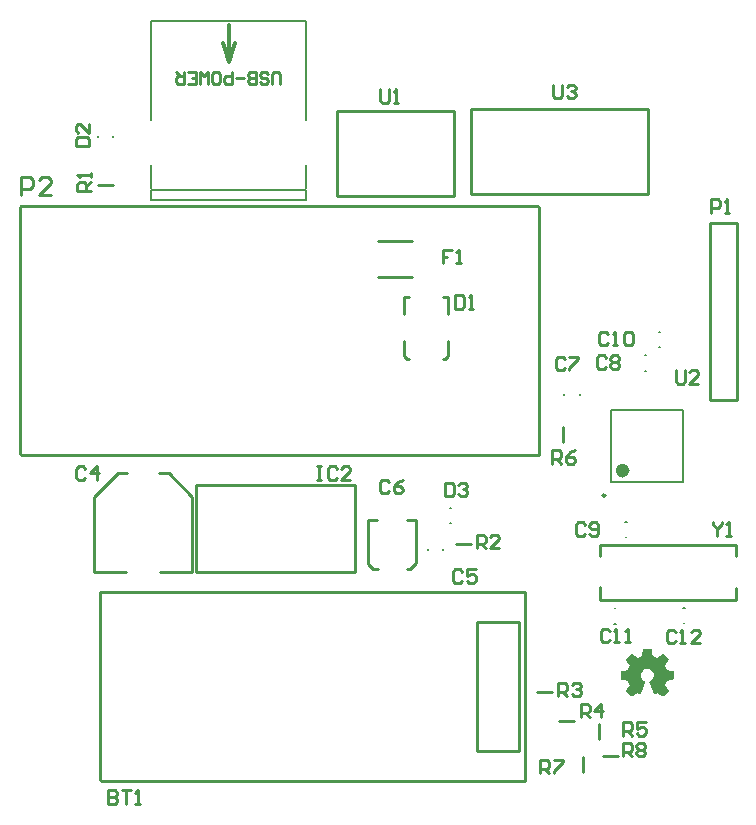
<source format=gto>
G04 Layer_Color=65535*
%FSAX25Y25*%
%MOIN*%
G70*
G01*
G75*
%ADD48C,0.00984*%
%ADD49C,0.02362*%
%ADD50C,0.01000*%
%ADD51C,0.00787*%
%ADD52C,0.01181*%
%ADD53C,0.00900*%
%ADD54C,0.00100*%
D48*
X0306802Y0212554D02*
G03*
X0306802Y0212554I-0000492J0000000D01*
G01*
D49*
X0313692Y0220822D02*
G03*
X0313692Y0220822I-0001181J0000000D01*
G01*
D50*
X0305917Y0125677D02*
X0310917D01*
X0299421Y0120189D02*
Y0125189D01*
X0284484Y0226102D02*
Y0308602D01*
X0111984Y0226102D02*
X0284484D01*
X0111484Y0226603D02*
X0111984Y0226102D01*
X0283984Y0309103D02*
X0284484Y0308602D01*
X0111484Y0226603D02*
Y0308602D01*
X0111984Y0309103D01*
X0283984D01*
X0227661Y0204221D02*
X0230761D01*
X0227661Y0189821D02*
Y0204221D01*
X0240661Y0188021D02*
X0241761D01*
X0229461D02*
X0230861D01*
X0240761Y0204321D02*
X0243661D01*
Y0189921D02*
Y0204321D01*
X0241761Y0188021D02*
X0243661Y0189921D01*
X0227661Y0189821D02*
X0229461Y0188021D01*
X0256898Y0196271D02*
X0261898D01*
X0137705Y0316055D02*
X0142705D01*
X0283965Y0146862D02*
X0288965D01*
X0291449Y0137193D02*
X0296449D01*
X0304713Y0131405D02*
Y0136406D01*
X0292508Y0230323D02*
Y0235323D01*
X0341551Y0303300D02*
X0350551D01*
X0341551Y0244200D02*
X0350551D01*
X0341551D02*
Y0303300D01*
X0350551Y0244200D02*
Y0303300D01*
X0170461Y0186949D02*
X0223461D01*
X0170461D02*
Y0215849D01*
X0223461D01*
Y0186949D02*
Y0211749D01*
Y0215849D01*
X0254200Y0273024D02*
Y0278600D01*
X0239800Y0273024D02*
Y0278600D01*
X0241400D01*
X0252600D02*
X0254200D01*
X0239800Y0258900D02*
Y0263900D01*
Y0258900D02*
X0240700Y0258000D01*
X0241400D01*
X0231100Y0297500D02*
X0242400D01*
X0231000Y0285500D02*
X0242400D01*
X0161161Y0219949D02*
X0168999Y0212111D01*
X0136161Y0211949D02*
X0144161Y0219949D01*
X0136161Y0186949D02*
Y0211949D01*
Y0186949D02*
X0147061D01*
X0158061Y0219949D02*
X0161161D01*
X0144161D02*
X0147261D01*
X0168999Y0186949D02*
Y0212111D01*
X0158161Y0186949D02*
X0168999D01*
X0217358Y0312351D02*
Y0340711D01*
X0256358D01*
Y0312311D02*
Y0340711D01*
X0217358Y0312351D02*
X0256358Y0312311D01*
X0262024Y0313159D02*
Y0341498D01*
X0321024D01*
Y0313098D02*
Y0341498D01*
X0262024Y0313159D02*
X0321024Y0313098D01*
X0304955Y0196099D02*
X0350455D01*
X0304955Y0177599D02*
X0350455Y0177599D01*
X0350455Y0192493D02*
X0350455Y0196099D01*
Y0177599D02*
X0350455Y0181815D01*
X0304955Y0196099D02*
X0304955Y0192493D01*
X0304955Y0177599D02*
X0304955Y0181886D01*
X0252800Y0258000D02*
X0253300D01*
X0254200Y0258900D01*
Y0264000D01*
X0312598Y0125591D02*
Y0130089D01*
X0314848D01*
X0315598Y0129339D01*
Y0127840D01*
X0314848Y0127090D01*
X0312598D01*
X0314098D02*
X0315598Y0125591D01*
X0317097Y0129339D02*
X0317847Y0130089D01*
X0319346D01*
X0320096Y0129339D01*
Y0128590D01*
X0319346Y0127840D01*
X0320096Y0127090D01*
Y0126340D01*
X0319346Y0125591D01*
X0317847D01*
X0317097Y0126340D01*
Y0127090D01*
X0317847Y0127840D01*
X0317097Y0128590D01*
Y0129339D01*
X0317847Y0127840D02*
X0319346D01*
X0285138Y0119882D02*
Y0124380D01*
X0287387D01*
X0288137Y0123631D01*
Y0122131D01*
X0287387Y0121381D01*
X0285138D01*
X0286637D02*
X0288137Y0119882D01*
X0289636Y0124380D02*
X0292635D01*
Y0123631D01*
X0289636Y0120632D01*
Y0119882D01*
X0112000Y0312600D02*
Y0318598D01*
X0114999D01*
X0115999Y0317598D01*
Y0315599D01*
X0114999Y0314599D01*
X0112000D01*
X0121997Y0312600D02*
X0117998D01*
X0121997Y0316599D01*
Y0317598D01*
X0120997Y0318598D01*
X0118998D01*
X0117998Y0317598D01*
X0234692Y0217036D02*
X0233942Y0217786D01*
X0232443D01*
X0231693Y0217036D01*
Y0214037D01*
X0232443Y0213287D01*
X0233942D01*
X0234692Y0214037D01*
X0239191Y0217786D02*
X0237691Y0217036D01*
X0236192Y0215536D01*
Y0214037D01*
X0236941Y0213287D01*
X0238441D01*
X0239191Y0214037D01*
Y0214787D01*
X0238441Y0215536D01*
X0236192D01*
X0289075Y0223130D02*
Y0227628D01*
X0291324D01*
X0292074Y0226879D01*
Y0225379D01*
X0291324Y0224629D01*
X0289075D01*
X0290574D02*
X0292074Y0223130D01*
X0296572Y0227628D02*
X0295073Y0226879D01*
X0293573Y0225379D01*
Y0223880D01*
X0294323Y0223130D01*
X0295823D01*
X0296572Y0223880D01*
Y0224629D01*
X0295823Y0225379D01*
X0293573D01*
X0312697Y0132480D02*
Y0136979D01*
X0314946D01*
X0315696Y0136229D01*
Y0134730D01*
X0314946Y0133980D01*
X0312697D01*
X0314196D02*
X0315696Y0132480D01*
X0320194Y0136979D02*
X0317195D01*
Y0134730D01*
X0318695Y0135479D01*
X0319445D01*
X0320194Y0134730D01*
Y0133230D01*
X0319445Y0132480D01*
X0317945D01*
X0317195Y0133230D01*
X0298524Y0138583D02*
Y0143081D01*
X0300773D01*
X0301523Y0142332D01*
Y0140832D01*
X0300773Y0140082D01*
X0298524D01*
X0300023D02*
X0301523Y0138583D01*
X0305271D02*
Y0143081D01*
X0303022Y0140832D01*
X0306021D01*
X0291142Y0145669D02*
Y0150168D01*
X0293391D01*
X0294141Y0149418D01*
Y0147919D01*
X0293391Y0147169D01*
X0291142D01*
X0292641D02*
X0294141Y0145669D01*
X0295640Y0149418D02*
X0296390Y0150168D01*
X0297890D01*
X0298639Y0149418D01*
Y0148668D01*
X0297890Y0147919D01*
X0297140D01*
X0297890D01*
X0298639Y0147169D01*
Y0146419D01*
X0297890Y0145669D01*
X0296390D01*
X0295640Y0146419D01*
X0263878Y0194882D02*
Y0199380D01*
X0266127D01*
X0266877Y0198630D01*
Y0197131D01*
X0266127Y0196381D01*
X0263878D01*
X0265377D02*
X0266877Y0194882D01*
X0271375D02*
X0268376D01*
X0271375Y0197881D01*
Y0198630D01*
X0270626Y0199380D01*
X0269126D01*
X0268376Y0198630D01*
X0135236Y0314173D02*
X0130738D01*
Y0316423D01*
X0131487Y0317172D01*
X0132987D01*
X0133737Y0316423D01*
Y0314173D01*
Y0315673D02*
X0135236Y0317172D01*
Y0318672D02*
Y0320171D01*
Y0319422D01*
X0130738D01*
X0131487Y0318672D01*
X0253248Y0216802D02*
Y0212303D01*
X0255497D01*
X0256247Y0213053D01*
Y0216052D01*
X0255497Y0216802D01*
X0253248D01*
X0257747Y0216052D02*
X0258496Y0216802D01*
X0259996D01*
X0260746Y0216052D01*
Y0215302D01*
X0259996Y0214552D01*
X0259246D01*
X0259996D01*
X0260746Y0213802D01*
Y0213053D01*
X0259996Y0212303D01*
X0258496D01*
X0257747Y0213053D01*
X0130245Y0328937D02*
X0134744D01*
Y0331186D01*
X0133994Y0331936D01*
X0130995D01*
X0130245Y0331186D01*
Y0328937D01*
X0134744Y0336435D02*
Y0333436D01*
X0131745Y0336435D01*
X0130995D01*
X0130245Y0335685D01*
Y0334185D01*
X0130995Y0333436D01*
X0307655Y0266387D02*
X0306905Y0267136D01*
X0305405D01*
X0304656Y0266387D01*
Y0263387D01*
X0305405Y0262638D01*
X0306905D01*
X0307655Y0263387D01*
X0309154Y0262638D02*
X0310654D01*
X0309904D01*
Y0267136D01*
X0309154Y0266387D01*
X0312903D02*
X0313653Y0267136D01*
X0315152D01*
X0315902Y0266387D01*
Y0263387D01*
X0315152Y0262638D01*
X0313653D01*
X0312903Y0263387D01*
Y0266387D01*
X0299947Y0202818D02*
X0299197Y0203567D01*
X0297698D01*
X0296948Y0202818D01*
Y0199819D01*
X0297698Y0199069D01*
X0299197D01*
X0299947Y0199819D01*
X0301447D02*
X0302196Y0199069D01*
X0303696D01*
X0304446Y0199819D01*
Y0202818D01*
X0303696Y0203567D01*
X0302196D01*
X0301447Y0202818D01*
Y0202068D01*
X0302196Y0201318D01*
X0304446D01*
X0306947Y0258467D02*
X0306198Y0259217D01*
X0304698D01*
X0303948Y0258467D01*
Y0255468D01*
X0304698Y0254718D01*
X0306198D01*
X0306947Y0255468D01*
X0308447Y0258467D02*
X0309197Y0259217D01*
X0310696D01*
X0311446Y0258467D01*
Y0257717D01*
X0310696Y0256967D01*
X0311446Y0256218D01*
Y0255468D01*
X0310696Y0254718D01*
X0309197D01*
X0308447Y0255468D01*
Y0256218D01*
X0309197Y0256967D01*
X0308447Y0257717D01*
Y0258467D01*
X0309197Y0256967D02*
X0310696D01*
X0293255Y0258080D02*
X0292505Y0258829D01*
X0291006D01*
X0290256Y0258080D01*
Y0255081D01*
X0291006Y0254331D01*
X0292505D01*
X0293255Y0255081D01*
X0294755Y0258829D02*
X0297754D01*
Y0258080D01*
X0294755Y0255081D01*
Y0254331D01*
X0259003Y0187115D02*
X0258253Y0187864D01*
X0256754D01*
X0256004Y0187115D01*
Y0184116D01*
X0256754Y0183366D01*
X0258253D01*
X0259003Y0184116D01*
X0263502Y0187864D02*
X0260503D01*
Y0185615D01*
X0262002Y0186365D01*
X0262752D01*
X0263502Y0185615D01*
Y0184116D01*
X0262752Y0183366D01*
X0261252D01*
X0260503Y0184116D01*
X0330164Y0167036D02*
X0329415Y0167786D01*
X0327915D01*
X0327165Y0167036D01*
Y0164037D01*
X0327915Y0163287D01*
X0329415D01*
X0330164Y0164037D01*
X0331664Y0163287D02*
X0333163D01*
X0332414D01*
Y0167786D01*
X0331664Y0167036D01*
X0338412Y0163287D02*
X0335413D01*
X0338412Y0166286D01*
Y0167036D01*
X0337662Y0167786D01*
X0336162D01*
X0335413Y0167036D01*
X0308216Y0167332D02*
X0307466Y0168081D01*
X0305966D01*
X0305217Y0167332D01*
Y0164332D01*
X0305966Y0163583D01*
X0307466D01*
X0308216Y0164332D01*
X0309715Y0163583D02*
X0311215D01*
X0310465D01*
Y0168081D01*
X0309715Y0167332D01*
X0313464Y0163583D02*
X0314963D01*
X0314214D01*
Y0168081D01*
X0313464Y0167332D01*
X0342101Y0306750D02*
Y0311248D01*
X0344351D01*
X0345100Y0310499D01*
Y0308999D01*
X0344351Y0308249D01*
X0342101D01*
X0346600Y0306750D02*
X0348099D01*
X0347350D01*
Y0311248D01*
X0346600Y0310499D01*
X0210561Y0222248D02*
X0212060D01*
X0211310D01*
Y0217749D01*
X0210561D01*
X0212060D01*
X0217308Y0221498D02*
X0216559Y0222248D01*
X0215059D01*
X0214309Y0221498D01*
Y0218499D01*
X0215059Y0217749D01*
X0216559D01*
X0217308Y0218499D01*
X0221807Y0217749D02*
X0218808D01*
X0221807Y0220748D01*
Y0221498D01*
X0221057Y0222248D01*
X0219558D01*
X0218808Y0221498D01*
X0255599Y0294398D02*
X0252600D01*
Y0292149D01*
X0254099D01*
X0252600D01*
Y0289900D01*
X0257099D02*
X0258598D01*
X0257848D01*
Y0294398D01*
X0257099Y0293649D01*
X0256700Y0279298D02*
Y0274800D01*
X0258949D01*
X0259699Y0275550D01*
Y0278549D01*
X0258949Y0279298D01*
X0256700D01*
X0261198Y0274800D02*
X0262698D01*
X0261948D01*
Y0279298D01*
X0261198Y0278549D01*
X0133412Y0221465D02*
X0132663Y0222215D01*
X0131163D01*
X0130413Y0221465D01*
Y0218466D01*
X0131163Y0217717D01*
X0132663D01*
X0133412Y0218466D01*
X0137161Y0217717D02*
Y0222215D01*
X0134912Y0219966D01*
X0137911D01*
X0342576Y0203638D02*
Y0202888D01*
X0344075Y0201389D01*
X0345575Y0202888D01*
Y0203638D01*
X0344075Y0201389D02*
Y0199139D01*
X0347074D02*
X0348574D01*
X0347824D01*
Y0203638D01*
X0347074Y0202888D01*
X0289370Y0349479D02*
Y0345730D01*
X0290120Y0344980D01*
X0291619D01*
X0292369Y0345730D01*
Y0349479D01*
X0293869Y0348729D02*
X0294618Y0349479D01*
X0296118D01*
X0296868Y0348729D01*
Y0347979D01*
X0296118Y0347230D01*
X0295368D01*
X0296118D01*
X0296868Y0346480D01*
Y0345730D01*
X0296118Y0344980D01*
X0294618D01*
X0293869Y0345730D01*
X0330315Y0254302D02*
Y0250553D01*
X0331065Y0249803D01*
X0332564D01*
X0333314Y0250553D01*
Y0254302D01*
X0337812Y0249803D02*
X0334813D01*
X0337812Y0252802D01*
Y0253552D01*
X0337063Y0254302D01*
X0335563D01*
X0334813Y0253552D01*
X0231791Y0347904D02*
Y0344155D01*
X0232541Y0343406D01*
X0234041D01*
X0234790Y0344155D01*
Y0347904D01*
X0236290Y0343406D02*
X0237789D01*
X0237040D01*
Y0347904D01*
X0236290Y0347154D01*
X0198327Y0349741D02*
Y0353074D01*
X0197660Y0353740D01*
X0196327D01*
X0195661Y0353074D01*
Y0349741D01*
X0191662Y0350408D02*
X0192329Y0349741D01*
X0193662D01*
X0194328Y0350408D01*
Y0351074D01*
X0193662Y0351741D01*
X0192329D01*
X0191662Y0352407D01*
Y0353074D01*
X0192329Y0353740D01*
X0193662D01*
X0194328Y0353074D01*
X0190329Y0349741D02*
Y0353740D01*
X0188330D01*
X0187664Y0353074D01*
Y0352407D01*
X0188330Y0351741D01*
X0190329D01*
X0188330D01*
X0187664Y0351074D01*
Y0350408D01*
X0188330Y0349741D01*
X0190329D01*
X0186331Y0351741D02*
X0183665D01*
X0182332Y0353740D02*
Y0349741D01*
X0180333D01*
X0179666Y0350408D01*
Y0351741D01*
X0180333Y0352407D01*
X0182332D01*
X0176334Y0349741D02*
X0177667D01*
X0178333Y0350408D01*
Y0353074D01*
X0177667Y0353740D01*
X0176334D01*
X0175667Y0353074D01*
Y0350408D01*
X0176334Y0349741D01*
X0174335D02*
Y0353740D01*
X0173002Y0352407D01*
X0171669Y0353740D01*
Y0349741D01*
X0167670D02*
X0170336D01*
Y0353740D01*
X0167670D01*
X0170336Y0351741D02*
X0169003D01*
X0166337Y0353740D02*
Y0349741D01*
X0164338D01*
X0163671Y0350408D01*
Y0351741D01*
X0164338Y0352407D01*
X0166337D01*
X0165004D02*
X0163671Y0353740D01*
X0141121Y0114223D02*
Y0109724D01*
X0143370D01*
X0144120Y0110474D01*
Y0111224D01*
X0143370Y0111973D01*
X0141121D01*
X0143370D01*
X0144120Y0112723D01*
Y0113473D01*
X0143370Y0114223D01*
X0141121D01*
X0145620D02*
X0148619D01*
X0147119D01*
Y0109724D01*
X0150118D02*
X0151618D01*
X0150868D01*
Y0114223D01*
X0150118Y0113473D01*
D51*
X0252761Y0194349D02*
Y0194749D01*
X0247561Y0194349D02*
Y0194749D01*
X0254816Y0203258D02*
X0255216D01*
X0254816Y0208458D02*
X0255216D01*
X0137609Y0332087D02*
Y0332487D01*
X0142809Y0332087D02*
Y0332487D01*
X0298218Y0245957D02*
Y0246357D01*
X0293018Y0245958D02*
Y0246357D01*
X0324737Y0267163D02*
X0325020D01*
X0324808Y0262001D02*
X0325091Y0262001D01*
X0313424Y0203806D02*
X0313848Y0203806D01*
X0313494Y0198645D02*
X0313777Y0198644D01*
X0320006Y0259328D02*
X0320407Y0259328D01*
X0320006Y0254128D02*
X0320407D01*
X0332777Y0175077D02*
X0333201Y0175077D01*
X0332847Y0169915D02*
X0333130Y0169915D01*
X0309744Y0169751D02*
X0310168Y0169751D01*
X0309815Y0174913D02*
X0310098Y0174913D01*
X0155300Y0310911D02*
X0207032D01*
X0155300D02*
Y0314469D01*
X0207032Y0310911D02*
Y0314469D01*
X0155300D02*
X0207032D01*
X0155300Y0370711D02*
X0207032D01*
Y0315011D02*
Y0322711D01*
X0155300Y0315011D02*
Y0322711D01*
Y0337811D02*
Y0370711D01*
X0207032Y0337811D02*
Y0370711D01*
X0308574Y0216885D02*
X0332589D01*
X0308574Y0240900D02*
X0332589D01*
X0308574Y0216885D02*
Y0240900D01*
X0332589D02*
X0332589Y0216885D01*
D52*
X0181166Y0356971D02*
Y0369176D01*
Y0356971D02*
X0183166Y0363471D01*
X0179166D02*
X0181166Y0356971D01*
D53*
X0263921Y0170224D02*
X0277921D01*
Y0127224D02*
Y0170224D01*
X0263921Y0127224D02*
X0277921D01*
X0263921D02*
Y0170224D01*
X0279921Y0117224D02*
Y0148724D01*
X0138921Y0117224D02*
X0279921D01*
X0138421Y0117724D02*
X0138921Y0117224D01*
X0138421Y0117724D02*
Y0180224D01*
X0279921D01*
Y0148724D02*
Y0180224D01*
D54*
X0319317Y0161265D02*
X0321816D01*
X0319317Y0161165D02*
X0321816D01*
X0319317Y0161065D02*
X0321917D01*
X0319216Y0160965D02*
X0321917D01*
X0319216Y0160865D02*
X0321917D01*
X0319216Y0160765D02*
X0321917D01*
X0319216Y0160665D02*
X0321917D01*
X0319216Y0160565D02*
X0322017D01*
X0319216Y0160465D02*
X0322017D01*
X0319116Y0160365D02*
X0322017D01*
X0319116Y0160265D02*
X0322017D01*
X0319116Y0160165D02*
X0322017D01*
X0319116Y0160065D02*
X0322017D01*
X0319017Y0159965D02*
X0322116D01*
X0319017Y0159865D02*
X0322116D01*
X0319017Y0159765D02*
X0322116D01*
X0315317Y0159665D02*
X0315417D01*
X0319017D02*
X0322116D01*
X0325716D02*
X0325816D01*
X0315216Y0159565D02*
X0315516D01*
X0319017D02*
X0322116D01*
X0325617D02*
X0325917D01*
X0315117Y0159465D02*
X0315717D01*
X0319017D02*
X0322217D01*
X0325416D02*
X0326116D01*
X0315017Y0159365D02*
X0315816D01*
X0319017D02*
X0322217D01*
X0325317D02*
X0326116D01*
X0314916Y0159265D02*
X0315916D01*
X0319017D02*
X0322217D01*
X0325217D02*
X0326217D01*
X0314816Y0159165D02*
X0316116D01*
X0318917D02*
X0322217D01*
X0325016D02*
X0326316D01*
X0314717Y0159065D02*
X0316216D01*
X0318917D02*
X0322217D01*
X0324917D02*
X0326416D01*
X0314616Y0158965D02*
X0316417D01*
X0318816D02*
X0322217D01*
X0324716D02*
X0326517D01*
X0314516Y0158865D02*
X0316516D01*
X0318617D02*
X0322617D01*
X0324617D02*
X0326617D01*
X0314417Y0158765D02*
X0316717D01*
X0318317D02*
X0322816D01*
X0324416D02*
X0326716D01*
X0314317Y0158665D02*
X0316816D01*
X0318116D02*
X0323017D01*
X0324317D02*
X0326917D01*
X0314216Y0158565D02*
X0316916D01*
X0317916D02*
X0323217D01*
X0324217D02*
X0326917D01*
X0314117Y0158465D02*
X0317116D01*
X0317717D02*
X0323416D01*
X0324016D02*
X0327016D01*
X0314017Y0158365D02*
X0327116D01*
X0313916Y0158265D02*
X0327217D01*
X0313816Y0158165D02*
X0327316D01*
X0313717Y0158065D02*
X0327416D01*
X0313616Y0157965D02*
X0327517D01*
X0313717Y0157865D02*
X0327517D01*
X0313717Y0157765D02*
X0327416D01*
X0313816Y0157665D02*
X0327316D01*
X0313816Y0157565D02*
X0327316D01*
X0313916Y0157465D02*
X0327217D01*
X0314017Y0157365D02*
X0327116D01*
X0314117Y0157265D02*
X0327116D01*
X0314117Y0157165D02*
X0327016D01*
X0314216Y0157065D02*
X0327016D01*
X0314216Y0156965D02*
X0326917D01*
X0314317Y0156865D02*
X0326817D01*
X0314417Y0156765D02*
X0326716D01*
X0314516Y0156665D02*
X0326617D01*
X0314516Y0156565D02*
X0326617D01*
X0314616Y0156465D02*
X0326517D01*
X0314717Y0156365D02*
X0326416D01*
X0314717Y0156265D02*
X0326416D01*
X0314816Y0156165D02*
X0326316D01*
X0314916Y0156065D02*
X0326316D01*
X0314916Y0155965D02*
X0326217D01*
X0314916Y0155865D02*
X0326316D01*
X0314816Y0155765D02*
X0326316D01*
X0314816Y0155665D02*
X0326316D01*
X0314717Y0155565D02*
X0326416D01*
X0314717Y0155465D02*
X0326416D01*
X0314616Y0155365D02*
X0326517D01*
X0314616Y0155265D02*
X0326517D01*
X0314616Y0155165D02*
X0326617D01*
X0314516Y0155065D02*
X0326617D01*
X0314516Y0154965D02*
X0320116D01*
X0321017D02*
X0326716D01*
X0314417Y0154865D02*
X0319717D01*
X0321416D02*
X0326716D01*
X0314417Y0154765D02*
X0319416D01*
X0321716D02*
X0326716D01*
X0314317Y0154665D02*
X0319317D01*
X0321816D02*
X0326817D01*
X0314317Y0154565D02*
X0319216D01*
X0322017D02*
X0326817D01*
X0314216Y0154465D02*
X0319017D01*
X0322116D02*
X0326917D01*
X0314017Y0154365D02*
X0318917D01*
X0322217D02*
X0327116D01*
X0313516Y0154265D02*
X0318816D01*
X0322317D02*
X0327617D01*
X0313117Y0154165D02*
X0318816D01*
X0322416D02*
X0328016D01*
X0312717Y0154065D02*
X0318717D01*
X0322516D02*
X0328517D01*
X0312017Y0153965D02*
X0318617D01*
X0322516D02*
X0329117D01*
X0311916Y0153865D02*
X0318516D01*
X0322617D02*
X0329217D01*
X0311916Y0153765D02*
X0318516D01*
X0322617D02*
X0329217D01*
X0311916Y0153665D02*
X0318417D01*
X0322716D02*
X0329217D01*
X0311916Y0153565D02*
X0318417D01*
X0322716D02*
X0329217D01*
X0311916Y0153465D02*
X0318317D01*
X0322816D02*
X0329217D01*
X0311916Y0153365D02*
X0318317D01*
X0322816D02*
X0329217D01*
X0311916Y0153265D02*
X0318317D01*
X0322816D02*
X0329217D01*
X0311916Y0153165D02*
X0318317D01*
X0322917D02*
X0329217D01*
X0311916Y0153065D02*
X0318216D01*
X0322917D02*
X0329217D01*
X0311916Y0152965D02*
X0318216D01*
X0322917D02*
X0329217D01*
X0311916Y0152865D02*
X0318216D01*
X0322917D02*
X0329217D01*
X0311916Y0152765D02*
X0318216D01*
X0322917D02*
X0329217D01*
X0311916Y0152665D02*
X0318216D01*
X0322917D02*
X0329217D01*
X0311916Y0152565D02*
X0318216D01*
X0322917D02*
X0329217D01*
X0311916Y0152465D02*
X0318216D01*
X0322917D02*
X0329217D01*
X0311916Y0152365D02*
X0318216D01*
X0322917D02*
X0329217D01*
X0311916Y0152265D02*
X0318317D01*
X0322917D02*
X0329217D01*
X0311916Y0152165D02*
X0318317D01*
X0322816D02*
X0329217D01*
X0311916Y0152065D02*
X0318317D01*
X0322816D02*
X0329217D01*
X0311916Y0151965D02*
X0318317D01*
X0322816D02*
X0329217D01*
X0311916Y0151865D02*
X0318417D01*
X0322716D02*
X0329217D01*
X0311916Y0151765D02*
X0318417D01*
X0322716D02*
X0329217D01*
X0311916Y0151665D02*
X0318516D01*
X0322716D02*
X0329217D01*
X0311916Y0151565D02*
X0318516D01*
X0322617D02*
X0329217D01*
X0312017Y0151465D02*
X0318617D01*
X0322617D02*
X0329117D01*
X0312417Y0151365D02*
X0318617D01*
X0322516D02*
X0328716D01*
X0313117Y0151265D02*
X0318717D01*
X0322416D02*
X0328116D01*
X0313516Y0151165D02*
X0318816D01*
X0322317D02*
X0327617D01*
X0314216Y0151065D02*
X0318917D01*
X0322217D02*
X0327016D01*
X0314216Y0150965D02*
X0319017D01*
X0322116D02*
X0326917D01*
X0314216Y0150865D02*
X0319116D01*
X0322017D02*
X0326917D01*
X0314317Y0150765D02*
X0319317D01*
X0321917D02*
X0326817D01*
X0314317Y0150665D02*
X0319416D01*
X0321716D02*
X0326817D01*
X0314417Y0150565D02*
X0319617D01*
X0321516D02*
X0326716D01*
X0314417Y0150465D02*
X0319717D01*
X0321416D02*
X0326716D01*
X0314516Y0150365D02*
X0319717D01*
X0321416D02*
X0326716D01*
X0314516Y0150265D02*
X0319717D01*
X0321516D02*
X0326617D01*
X0314516Y0150165D02*
X0319617D01*
X0321516D02*
X0326617D01*
X0314616Y0150065D02*
X0319617D01*
X0321516D02*
X0326617D01*
X0314616Y0149965D02*
X0319516D01*
X0321617D02*
X0326517D01*
X0314616Y0149865D02*
X0319516D01*
X0321617D02*
X0326517D01*
X0314717Y0149765D02*
X0319416D01*
X0321716D02*
X0326416D01*
X0314717Y0149665D02*
X0319416D01*
X0321716D02*
X0326416D01*
X0314816Y0149565D02*
X0319416D01*
X0321816D02*
X0326416D01*
X0314816Y0149465D02*
X0319317D01*
X0321816D02*
X0326316D01*
X0314816Y0149365D02*
X0319317D01*
X0321816D02*
X0326316D01*
X0314816Y0149265D02*
X0319317D01*
X0321917D02*
X0326316D01*
X0314816Y0149165D02*
X0319216D01*
X0321917D02*
X0326416D01*
X0314717Y0149065D02*
X0319116D01*
X0322017D02*
X0326416D01*
X0314616Y0148965D02*
X0319116D01*
X0322017D02*
X0326517D01*
X0314516Y0148865D02*
X0319017D01*
X0322116D02*
X0326617D01*
X0314516Y0148765D02*
X0319017D01*
X0322116D02*
X0326617D01*
X0314417Y0148665D02*
X0319017D01*
X0322217D02*
X0326716D01*
X0314317Y0148565D02*
X0319017D01*
X0322217D02*
X0326817D01*
X0314216Y0148465D02*
X0318917D01*
X0322217D02*
X0326917D01*
X0314216Y0148365D02*
X0318917D01*
X0322217D02*
X0327016D01*
X0314117Y0148265D02*
X0318917D01*
X0322317D02*
X0327016D01*
X0314117Y0148165D02*
X0318816D01*
X0322317D02*
X0327116D01*
X0314017Y0148065D02*
X0318816D01*
X0322317D02*
X0327116D01*
X0313916Y0147965D02*
X0318717D01*
X0322416D02*
X0327217D01*
X0313816Y0147865D02*
X0318617D01*
X0322416D02*
X0327316D01*
X0313816Y0147765D02*
X0318617D01*
X0322516D02*
X0327316D01*
X0313717Y0147665D02*
X0318617D01*
X0322516D02*
X0327416D01*
X0313717Y0147565D02*
X0318617D01*
X0322617D02*
X0327517D01*
X0313616Y0147465D02*
X0318516D01*
X0322617D02*
X0327517D01*
X0313717Y0147365D02*
X0318516D01*
X0322716D02*
X0327416D01*
X0313816Y0147265D02*
X0318417D01*
X0322716D02*
X0327416D01*
X0313916Y0147165D02*
X0318417D01*
X0322716D02*
X0327217D01*
X0314017Y0147065D02*
X0318317D01*
X0322816D02*
X0327116D01*
X0314117Y0146965D02*
X0317116D01*
X0317216D02*
X0318317D01*
X0322816D02*
X0323917D01*
X0324016D02*
X0327016D01*
X0314216Y0146865D02*
X0316916D01*
X0317417D02*
X0318216D01*
X0322917D02*
X0323716D01*
X0324217D02*
X0327016D01*
X0314317Y0146765D02*
X0316816D01*
X0317617D02*
X0318216D01*
X0322917D02*
X0323617D01*
X0324317D02*
X0326817D01*
X0314417Y0146665D02*
X0316717D01*
X0317717D02*
X0318216D01*
X0323017D02*
X0323416D01*
X0324416D02*
X0326716D01*
X0314516Y0146565D02*
X0316516D01*
X0318017D02*
X0318116D01*
X0323116D02*
X0323217D01*
X0324617D02*
X0326617D01*
X0314616Y0146465D02*
X0316417D01*
X0324716D02*
X0326617D01*
X0314717Y0146365D02*
X0316317D01*
X0324816D02*
X0326416D01*
X0314816Y0146265D02*
X0316116D01*
X0325016D02*
X0326316D01*
X0314916Y0146165D02*
X0315916D01*
X0325217D02*
X0326217D01*
X0315017Y0146065D02*
X0315816D01*
X0325317D02*
X0326116D01*
X0315117Y0145965D02*
X0315717D01*
X0325416D02*
X0326116D01*
X0315216Y0145865D02*
X0315516D01*
X0325617D02*
X0325917D01*
M02*

</source>
